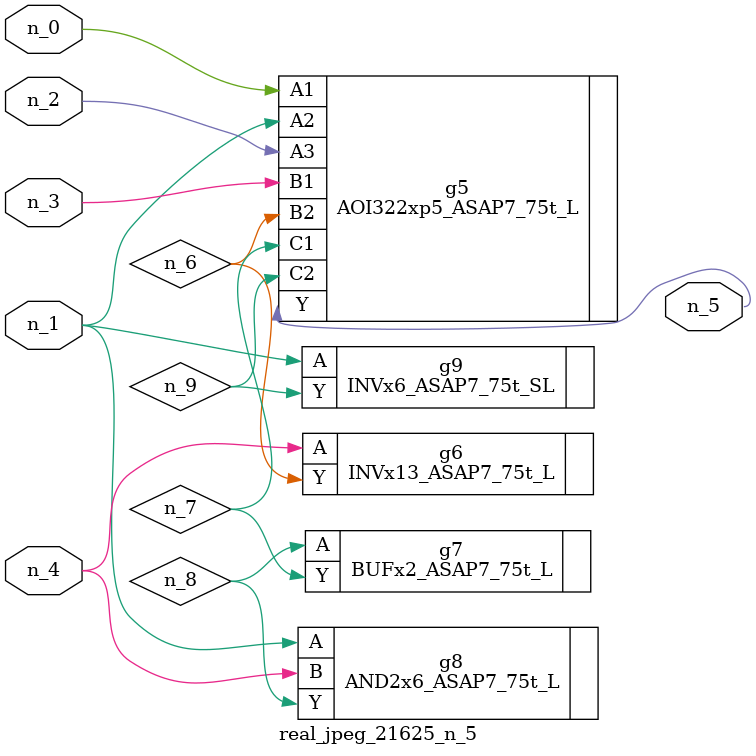
<source format=v>
module real_jpeg_21625_n_5 (n_4, n_0, n_1, n_2, n_3, n_5);

input n_4;
input n_0;
input n_1;
input n_2;
input n_3;

output n_5;

wire n_8;
wire n_6;
wire n_7;
wire n_9;

AOI322xp5_ASAP7_75t_L g5 ( 
.A1(n_0),
.A2(n_1),
.A3(n_2),
.B1(n_3),
.B2(n_6),
.C1(n_7),
.C2(n_9),
.Y(n_5)
);

AND2x6_ASAP7_75t_L g8 ( 
.A(n_1),
.B(n_4),
.Y(n_8)
);

INVx6_ASAP7_75t_SL g9 ( 
.A(n_1),
.Y(n_9)
);

INVx13_ASAP7_75t_L g6 ( 
.A(n_4),
.Y(n_6)
);

BUFx2_ASAP7_75t_L g7 ( 
.A(n_8),
.Y(n_7)
);


endmodule
</source>
